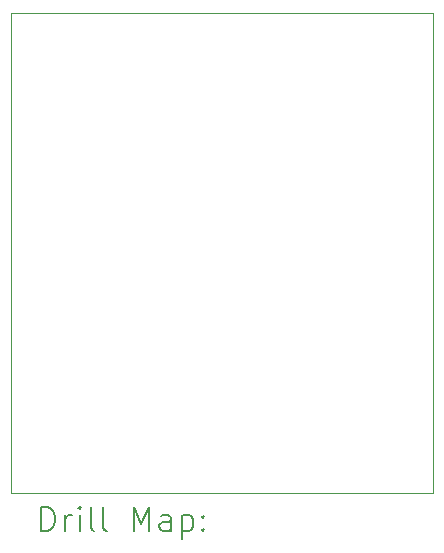
<source format=gbr>
%TF.GenerationSoftware,KiCad,Pcbnew,8.0.1*%
%TF.CreationDate,2024-05-28T10:15:20-03:00*%
%TF.ProjectId,ESP32C6-dev-board,45535033-3243-4362-9d64-65762d626f61,rev?*%
%TF.SameCoordinates,Original*%
%TF.FileFunction,Drillmap*%
%TF.FilePolarity,Positive*%
%FSLAX45Y45*%
G04 Gerber Fmt 4.5, Leading zero omitted, Abs format (unit mm)*
G04 Created by KiCad (PCBNEW 8.0.1) date 2024-05-28 10:15:20*
%MOMM*%
%LPD*%
G01*
G04 APERTURE LIST*
%ADD10C,0.100000*%
%ADD11C,0.200000*%
G04 APERTURE END LIST*
D10*
X12170000Y-7834000D02*
X15737800Y-7834000D01*
X15737800Y-11900000D01*
X12170000Y-11900000D01*
X12170000Y-7834000D01*
D11*
X12425777Y-12216484D02*
X12425777Y-12016484D01*
X12425777Y-12016484D02*
X12473396Y-12016484D01*
X12473396Y-12016484D02*
X12501967Y-12026008D01*
X12501967Y-12026008D02*
X12521015Y-12045055D01*
X12521015Y-12045055D02*
X12530539Y-12064103D01*
X12530539Y-12064103D02*
X12540062Y-12102198D01*
X12540062Y-12102198D02*
X12540062Y-12130769D01*
X12540062Y-12130769D02*
X12530539Y-12168865D01*
X12530539Y-12168865D02*
X12521015Y-12187912D01*
X12521015Y-12187912D02*
X12501967Y-12206960D01*
X12501967Y-12206960D02*
X12473396Y-12216484D01*
X12473396Y-12216484D02*
X12425777Y-12216484D01*
X12625777Y-12216484D02*
X12625777Y-12083150D01*
X12625777Y-12121246D02*
X12635301Y-12102198D01*
X12635301Y-12102198D02*
X12644824Y-12092674D01*
X12644824Y-12092674D02*
X12663872Y-12083150D01*
X12663872Y-12083150D02*
X12682920Y-12083150D01*
X12749586Y-12216484D02*
X12749586Y-12083150D01*
X12749586Y-12016484D02*
X12740062Y-12026008D01*
X12740062Y-12026008D02*
X12749586Y-12035531D01*
X12749586Y-12035531D02*
X12759110Y-12026008D01*
X12759110Y-12026008D02*
X12749586Y-12016484D01*
X12749586Y-12016484D02*
X12749586Y-12035531D01*
X12873396Y-12216484D02*
X12854348Y-12206960D01*
X12854348Y-12206960D02*
X12844824Y-12187912D01*
X12844824Y-12187912D02*
X12844824Y-12016484D01*
X12978158Y-12216484D02*
X12959110Y-12206960D01*
X12959110Y-12206960D02*
X12949586Y-12187912D01*
X12949586Y-12187912D02*
X12949586Y-12016484D01*
X13206729Y-12216484D02*
X13206729Y-12016484D01*
X13206729Y-12016484D02*
X13273396Y-12159341D01*
X13273396Y-12159341D02*
X13340062Y-12016484D01*
X13340062Y-12016484D02*
X13340062Y-12216484D01*
X13521015Y-12216484D02*
X13521015Y-12111722D01*
X13521015Y-12111722D02*
X13511491Y-12092674D01*
X13511491Y-12092674D02*
X13492443Y-12083150D01*
X13492443Y-12083150D02*
X13454348Y-12083150D01*
X13454348Y-12083150D02*
X13435301Y-12092674D01*
X13521015Y-12206960D02*
X13501967Y-12216484D01*
X13501967Y-12216484D02*
X13454348Y-12216484D01*
X13454348Y-12216484D02*
X13435301Y-12206960D01*
X13435301Y-12206960D02*
X13425777Y-12187912D01*
X13425777Y-12187912D02*
X13425777Y-12168865D01*
X13425777Y-12168865D02*
X13435301Y-12149817D01*
X13435301Y-12149817D02*
X13454348Y-12140293D01*
X13454348Y-12140293D02*
X13501967Y-12140293D01*
X13501967Y-12140293D02*
X13521015Y-12130769D01*
X13616253Y-12083150D02*
X13616253Y-12283150D01*
X13616253Y-12092674D02*
X13635301Y-12083150D01*
X13635301Y-12083150D02*
X13673396Y-12083150D01*
X13673396Y-12083150D02*
X13692443Y-12092674D01*
X13692443Y-12092674D02*
X13701967Y-12102198D01*
X13701967Y-12102198D02*
X13711491Y-12121246D01*
X13711491Y-12121246D02*
X13711491Y-12178388D01*
X13711491Y-12178388D02*
X13701967Y-12197436D01*
X13701967Y-12197436D02*
X13692443Y-12206960D01*
X13692443Y-12206960D02*
X13673396Y-12216484D01*
X13673396Y-12216484D02*
X13635301Y-12216484D01*
X13635301Y-12216484D02*
X13616253Y-12206960D01*
X13797205Y-12197436D02*
X13806729Y-12206960D01*
X13806729Y-12206960D02*
X13797205Y-12216484D01*
X13797205Y-12216484D02*
X13787682Y-12206960D01*
X13787682Y-12206960D02*
X13797205Y-12197436D01*
X13797205Y-12197436D02*
X13797205Y-12216484D01*
X13797205Y-12092674D02*
X13806729Y-12102198D01*
X13806729Y-12102198D02*
X13797205Y-12111722D01*
X13797205Y-12111722D02*
X13787682Y-12102198D01*
X13787682Y-12102198D02*
X13797205Y-12092674D01*
X13797205Y-12092674D02*
X13797205Y-12111722D01*
M02*

</source>
